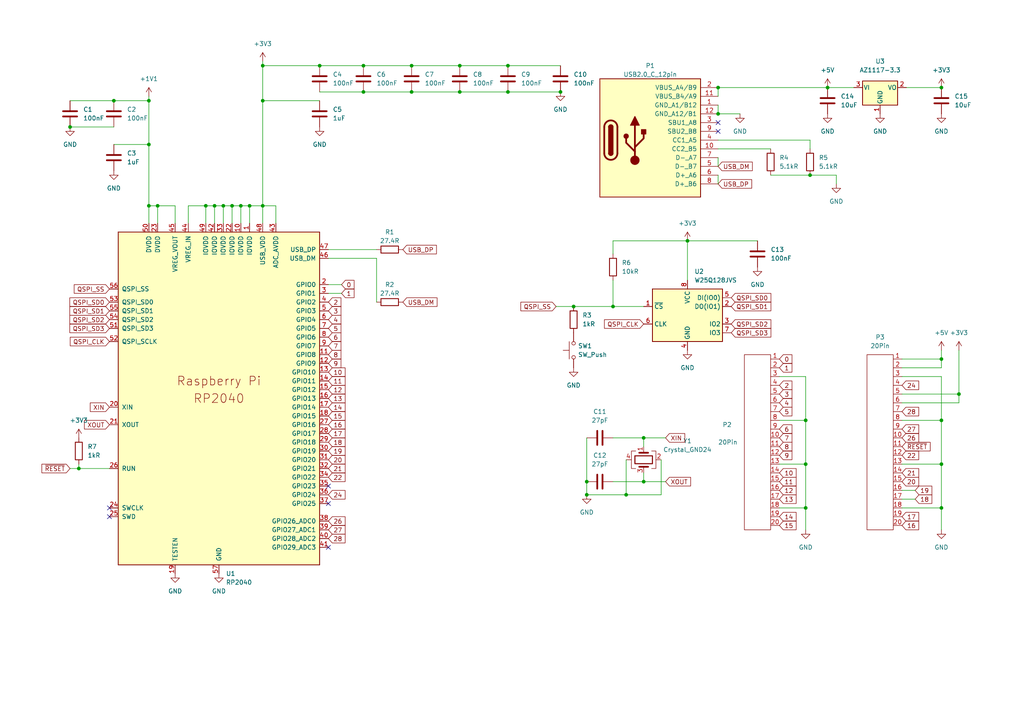
<source format=kicad_sch>
(kicad_sch (version 20211123) (generator eeschema)
  (paper "A4")
  (lib_symbols
    (symbol "Device:C" (pin_numbers hide) (pin_names (offset 0.254))
      (property "Reference" "C" (at 0.635 2.54 0))
      (property "Value" "C" (at 0.635 -2.54 0))
      (symbol "C_0_1"
        (polyline (pts (xy -2.032 -0.762) (xy 2.032 -0.762)) (stroke (width 0.508)))
        (polyline (pts (xy -2.032 0.762) (xy 2.032 0.762)) (stroke (width 0.508)))
      )
      (symbol "C_1_1"
        (pin passive line (at 0 3.81 270) (length 2.794) (name "~") (number "1"))
        (pin passive line (at 0 -3.81 90) (length 2.794) (name "~") (number "2"))
      )
    )
    (symbol "Device:Crystal_GND24" (pin_names (offset 1.016) hide)
      (property "Reference" "Y" (at 3.175 5.08 0))
      (property "Value" "Crystal_GND24" (at 3.175 3.175 0))
      (symbol "Crystal_GND24_0_1"
        (rectangle (start -1.143 2.54) (end 1.143 -2.54) (stroke (width 0.3048)))
        (polyline (pts (xy -2.54 0) (xy -2.032 0)))
        (polyline (pts (xy -2.032 -1.27) (xy -2.032 1.27)) (stroke (width 0.508)))
        (polyline (pts (xy 0 -3.81) (xy 0 -3.556)))
        (polyline (pts (xy 0 3.556) (xy 0 3.81)))
        (polyline (pts (xy 2.032 -1.27) (xy 2.032 1.27)) (stroke (width 0.508)))
        (polyline (pts (xy 2.032 0) (xy 2.54 0)))
        (polyline (pts (xy -2.54 -2.286) (xy -2.54 -3.556) (xy 2.54 -3.556) (xy 2.54 -2.286)))
        (polyline (pts (xy -2.54 2.286) (xy -2.54 3.556) (xy 2.54 3.556) (xy 2.54 2.286)))
      )
      (symbol "Crystal_GND24_1_1"
        (pin passive line (at -3.81 0 0) (length 1.27) (name "1") (number "1"))
        (pin passive line (at 0 5.08 270) (length 1.27) (name "2") (number "2"))
        (pin passive line (at 3.81 0 180) (length 1.27) (name "3") (number "3"))
        (pin passive line (at 0 -5.08 90) (length 1.27) (name "4") (number "4"))
      )
    )
    (symbol "Device:R" (pin_numbers hide) (pin_names (offset 0))
      (property "Reference" "R" (at 2.032 0 90))
      (property "Value" "R" (at 0 0 90))
      (symbol "R_0_1"
        (rectangle (start -1.016 -2.54) (end 1.016 2.54) (stroke (width 0.254)))
      )
      (symbol "R_1_1"
        (pin passive line (at 0 3.81 270) (length 1.27) (name "~") (number "1"))
        (pin passive line (at 0 -3.81 90) (length 1.27) (name "~") (number "2"))
      )
    )
    (symbol "Memory_Flash:W25Q128JVS"
      (property "Reference" "U" (at -8.89 8.89 0))
      (property "Value" "W25Q128JVS" (at 7.62 8.89 0))
      (symbol "W25Q128JVS_0_1"
        (rectangle (start -10.16 7.62) (end 10.16 -7.62) (stroke (width 0.254)) (fill (type background)))
      )
      (symbol "W25Q128JVS_1_1"
        (pin input line (at -12.7 2.54 0) (length 2.54) (name "~{CS}") (number "1"))
        (pin bidirectional line (at 12.7 2.54 180) (length 2.54) (name "DO(IO1)") (number "2"))
        (pin bidirectional line (at 12.7 -2.54 180) (length 2.54) (name "IO2") (number "3"))
        (pin power_in line (at 0 -10.16 90) (length 2.54) (name "GND") (number "4"))
        (pin bidirectional line (at 12.7 5.08 180) (length 2.54) (name "DI(IO0)") (number "5"))
        (pin input line (at -12.7 -2.54 0) (length 2.54) (name "CLK") (number "6"))
        (pin bidirectional line (at 12.7 -5.08 180) (length 2.54) (name "IO3") (number "7"))
        (pin power_in line (at 0 10.16 270) (length 2.54) (name "VCC") (number "8"))
      )
    )
    (symbol "Regulator_Linear:AZ1117-3.3" (pin_names (offset 0.254))
      (property "Reference" "U" (at -3.81 3.175 0))
      (property "Value" "AZ1117-3.3" (at 0 3.175 0))
      (symbol "AZ1117-3.3_0_1"
        (rectangle (start -5.08 1.905) (end 5.08 -5.08) (stroke (width 0.254)) (fill (type background)))
      )
      (symbol "AZ1117-3.3_1_1"
        (pin power_in line (at 0 -7.62 90) (length 2.54) (name "GND") (number "1"))
        (pin power_out line (at 7.62 0 180) (length 2.54) (name "VO") (number "2"))
        (pin power_in line (at -7.62 0 0) (length 2.54) (name "VI") (number "3"))
      )
    )
    (symbol "Switch:SW_Push" (pin_numbers hide) (pin_names (offset 1.016) hide)
      (property "Reference" "SW" (at 1.27 2.54 0))
      (property "Value" "SW_Push" (at 0 -1.524 0))
      (symbol "SW_Push_0_1"
        (circle (center -2.032 0) (radius 0.508))
        (polyline (pts (xy 0 1.27) (xy 0 3.048)))
        (polyline (pts (xy 2.54 1.27) (xy -2.54 1.27)))
        (circle (center 2.032 0) (radius 0.508))
        (pin passive line (at -5.08 0 0) (length 2.54) (name "1") (number "1"))
        (pin passive line (at 5.08 0 180) (length 2.54) (name "2") (number "2"))
      )
    )
    (symbol "power:+1V1" (power) (pin_names (offset 0))
      (property "Value" "+1V1" (at 0 3.556 0))
      (symbol "+1V1_0_1"
        (polyline (pts (xy -0.762 1.27) (xy 0 2.54)))
        (polyline (pts (xy 0 0) (xy 0 2.54)))
        (polyline (pts (xy 0 2.54) (xy 0.762 1.27)))
      )
      (symbol "+1V1_1_1"
        (pin power_in line (at 0 0 90) (length 0) hide (name "+1V1") (number "1"))
      )
    )
    (symbol "power:+3V3" (power) (pin_names (offset 0))
      (property "Value" "+3V3" (at 0 3.556 0))
      (symbol "+3V3_0_1"
        (polyline (pts (xy -0.762 1.27) (xy 0 2.54)))
        (polyline (pts (xy 0 0) (xy 0 2.54)))
        (polyline (pts (xy 0 2.54) (xy 0.762 1.27)))
      )
      (symbol "+3V3_1_1"
        (pin power_in line (at 0 0 90) (length 0) hide (name "+3V3") (number "1"))
      )
    )
    (symbol "power:+5V" (power) (pin_names (offset 0))
      (property "Value" "+5V" (at 0 3.556 0))
      (symbol "+5V_0_1"
        (polyline (pts (xy -0.762 1.27) (xy 0 2.54)))
        (polyline (pts (xy 0 0) (xy 0 2.54)))
        (polyline (pts (xy 0 2.54) (xy 0.762 1.27)))
      )
      (symbol "+5V_1_1"
        (pin power_in line (at 0 0 90) (length 0) hide (name "+5V") (number "1"))
      )
    )
    (symbol "power:GND" (power) (pin_names (offset 0))
      (property "Value" "GND" (at 0 -3.81 0))
      (symbol "GND_0_1"
        (polyline (pts (xy 0 0) (xy 0 -1.27) (xy 1.27 -1.27) (xy 0 -2.54) (xy -1.27 -1.27) (xy 0 -1.27)))
      )
      (symbol "GND_1_1"
        (pin power_in line (at 0 0 270) (length 0) hide (name "GND") (number "1"))
      )
    )
    (symbol "rp2040-dev-board:20Pin"
      (property "Reference" "P" (at -3.81 2.54 0))
      (property "Value" "20Pin" (at -3.81 5.08 0))
      (symbol "20Pin_0_1"
        (rectangle (start -10.16 1.27) (end -2.54 -49.53) (stroke (width 0.1524)))
      )
      (symbol "20Pin_1_1"
        (pin bidirectional line (at 0 0 180) (length 2.54) (name "") (number "1"))
        (pin bidirectional line (at 0 -22.86 180) (length 2.54) (name "") (number "10"))
        (pin bidirectional line (at 0 -25.4 180) (length 2.54) (name "") (number "11"))
        (pin bidirectional line (at 0 -27.94 180) (length 2.54) (name "") (number "12"))
        (pin bidirectional line (at 0 -30.48 180) (length 2.54) (name "") (number "13"))
        (pin bidirectional line (at 0 -33.02 180) (length 2.54) (name "") (number "14"))
        (pin bidirectional line (at 0 -35.56 180) (length 2.54) (name "") (number "15"))
        (pin bidirectional line (at 0 -38.1 180) (length 2.54) (name "") (number "16"))
        (pin bidirectional line (at 0 -40.64 180) (length 2.54) (name "") (number "17"))
        (pin bidirectional line (at 0 -43.18 180) (length 2.54) (name "") (number "18"))
        (pin bidirectional line (at 0 -45.72 180) (length 2.54) (name "") (number "19"))
        (pin bidirectional line (at 0 -2.54 180) (length 2.54) (name "") (number "2"))
        (pin bidirectional line (at 0 -48.26 180) (length 2.54) (name "") (number "20"))
        (pin bidirectional line (at 0 -5.08 180) (length 2.54) (name "") (number "3"))
        (pin bidirectional line (at 0 -7.62 180) (length 2.54) (name "") (number "4"))
        (pin bidirectional line (at 0 -10.16 180) (length 2.54) (name "") (number "5"))
        (pin bidirectional line (at 0 -12.7 180) (length 2.54) (name "") (number "6"))
        (pin bidirectional line (at 0 -15.24 180) (length 2.54) (name "") (number "7"))
        (pin bidirectional line (at 0 -17.78 180) (length 2.54) (name "") (number "8"))
        (pin bidirectional line (at 0 -20.32 180) (length 2.54) (name "") (number "9"))
      )
    )
    (symbol "rp2040-dev-board:RP2040" (pin_names (offset 1.016))
      (property "Reference" "U" (at -29.21 49.53 0))
      (property "Value" "RP2040" (at 24.13 -49.53 0))
      (symbol "RP2040_0_0"
        (text "Raspberry Pi" (at 0 5.08 0) (effects (font (size 2.54 2.54))))
        (text "RP2040" (at 0 0 0) (effects (font (size 2.54 2.54))))
      )
      (symbol "RP2040_0_1"
        (rectangle (start 29.21 48.26) (end -29.21 -48.26) (stroke (width 0.254)) (fill (type background)))
      )
      (symbol "RP2040_1_1"
        (pin power_in line (at 8.89 50.8 270) (length 2.54) (name "IOVDD") (number "1"))
        (pin power_in line (at 6.35 50.8 270) (length 2.54) (name "IOVDD") (number "10"))
        (pin bidirectional line (at 31.75 12.7 180) (length 2.54) (name "GPIO8") (number "11"))
        (pin bidirectional line (at 31.75 10.16 180) (length 2.54) (name "GPIO9") (number "12"))
        (pin bidirectional line (at 31.75 7.62 180) (length 2.54) (name "GPIO10") (number "13"))
        (pin bidirectional line (at 31.75 5.08 180) (length 2.54) (name "GPIO11") (number "14"))
        (pin bidirectional line (at 31.75 2.54 180) (length 2.54) (name "GPIO12") (number "15"))
        (pin bidirectional line (at 31.75 0 180) (length 2.54) (name "GPIO13") (number "16"))
        (pin bidirectional line (at 31.75 -2.54 180) (length 2.54) (name "GPIO14") (number "17"))
        (pin bidirectional line (at 31.75 -5.08 180) (length 2.54) (name "GPIO15") (number "18"))
        (pin passive line (at -12.7 -50.8 90) (length 2.54) (name "TESTEN") (number "19"))
        (pin bidirectional line (at 31.75 33.02 180) (length 2.54) (name "GPIO0") (number "2"))
        (pin input line (at -31.75 -2.54 0) (length 2.54) (name "XIN") (number "20"))
        (pin passive line (at -31.75 -7.62 0) (length 2.54) (name "XOUT") (number "21"))
        (pin power_in line (at 3.81 50.8 270) (length 2.54) (name "IOVDD") (number "22"))
        (pin power_in line (at -17.78 50.8 270) (length 2.54) (name "DVDD") (number "23"))
        (pin output line (at -31.75 -31.75 0) (length 2.54) (name "SWCLK") (number "24"))
        (pin bidirectional line (at -31.75 -34.29 0) (length 2.54) (name "SWD") (number "25"))
        (pin input line (at -31.75 -20.32 0) (length 2.54) (name "RUN") (number "26"))
        (pin bidirectional line (at 31.75 -7.62 180) (length 2.54) (name "GPIO16") (number "27"))
        (pin bidirectional line (at 31.75 -10.16 180) (length 2.54) (name "GPIO17") (number "28"))
        (pin bidirectional line (at 31.75 -12.7 180) (length 2.54) (name "GPIO18") (number "29"))
        (pin bidirectional line (at 31.75 30.48 180) (length 2.54) (name "GPIO1") (number "3"))
        (pin bidirectional line (at 31.75 -15.24 180) (length 2.54) (name "GPIO19") (number "30"))
        (pin bidirectional line (at 31.75 -17.78 180) (length 2.54) (name "GPIO20") (number "31"))
        (pin bidirectional line (at 31.75 -20.32 180) (length 2.54) (name "GPIO21") (number "32"))
        (pin power_in line (at 1.27 50.8 270) (length 2.54) (name "IOVDD") (number "33"))
        (pin bidirectional line (at 31.75 -22.86 180) (length 2.54) (name "GPIO22") (number "34"))
        (pin bidirectional line (at 31.75 -25.4 180) (length 2.54) (name "GPIO23") (number "35"))
        (pin bidirectional line (at 31.75 -27.94 180) (length 2.54) (name "GPIO24") (number "36"))
        (pin bidirectional line (at 31.75 -30.48 180) (length 2.54) (name "GPIO25") (number "37"))
        (pin bidirectional line (at 31.75 -35.56 180) (length 2.54) (name "GPIO26_ADC0") (number "38"))
        (pin bidirectional line (at 31.75 -38.1 180) (length 2.54) (name "GPIO27_ADC1") (number "39"))
        (pin bidirectional line (at 31.75 27.94 180) (length 2.54) (name "GPIO2") (number "4"))
        (pin bidirectional line (at 31.75 -40.64 180) (length 2.54) (name "GPIO28_ADC2") (number "40"))
        (pin bidirectional line (at 31.75 -43.18 180) (length 2.54) (name "GPIO29_ADC3") (number "41"))
        (pin power_in line (at -1.27 50.8 270) (length 2.54) (name "IOVDD") (number "42"))
        (pin power_in line (at 16.51 50.8 270) (length 2.54) (name "ADC_AVDD") (number "43"))
        (pin power_in line (at -8.89 50.8 270) (length 2.54) (name "VREG_IN") (number "44"))
        (pin power_out line (at -12.7 50.8 270) (length 2.54) (name "VREG_VOUT") (number "45"))
        (pin bidirectional line (at 31.75 40.64 180) (length 2.54) (name "USB_DM") (number "46"))
        (pin bidirectional line (at 31.75 43.18 180) (length 2.54) (name "USB_DP") (number "47"))
        (pin power_in line (at 12.7 50.8 270) (length 2.54) (name "USB_VDD") (number "48"))
        (pin power_in line (at -3.81 50.8 270) (length 2.54) (name "IOVDD") (number "49"))
        (pin bidirectional line (at 31.75 25.4 180) (length 2.54) (name "GPIO3") (number "5"))
        (pin power_in line (at -20.32 50.8 270) (length 2.54) (name "DVDD") (number "50"))
        (pin bidirectional line (at -31.75 20.32 0) (length 2.54) (name "QSPI_SD3") (number "51"))
        (pin output line (at -31.75 16.51 0) (length 2.54) (name "QSPI_SCLK") (number "52"))
        (pin bidirectional line (at -31.75 27.94 0) (length 2.54) (name "QSPI_SD0") (number "53"))
        (pin bidirectional line (at -31.75 22.86 0) (length 2.54) (name "QSPI_SD2") (number "54"))
        (pin bidirectional line (at -31.75 25.4 0) (length 2.54) (name "QSPI_SD1") (number "55"))
        (pin bidirectional line (at -31.75 31.75 0) (length 2.54) (name "QSPI_SS") (number "56"))
        (pin power_in line (at 0 -50.8 90) (length 2.54) (name "GND") (number "57"))
        (pin bidirectional line (at 31.75 22.86 180) (length 2.54) (name "GPIO4") (number "6"))
        (pin bidirectional line (at 31.75 20.32 180) (length 2.54) (name "GPIO5") (number "7"))
        (pin bidirectional line (at 31.75 17.78 180) (length 2.54) (name "GPIO6") (number "8"))
        (pin bidirectional line (at 31.75 15.24 180) (length 2.54) (name "GPIO7") (number "9"))
      )
    )
    (symbol "rp2040-dev-board:USB2.0_C_12pin" (pin_names (offset 1.016))
      (property "Reference" "P" (at -10.16 19.05 0))
      (property "Value" "USB2.0_C_12pin" (at 12.7 19.05 0))
      (symbol "USB2.0_C_12pin_0_1"
        (rectangle (start -19.05 17.78) (end 10.16 -16.51) (stroke (width 0.254)) (fill (type background)))
        (arc (start -17.78 -3.81) (mid -15.875 -5.715) (end -13.97 -3.81) (stroke (width 0.508)))
        (arc (start -16.51 -3.81) (mid -15.875 -4.445) (end -15.24 -3.81) (stroke (width 0.254)))
        (arc (start -16.51 -3.81) (mid -15.875 -4.445) (end -15.24 -3.81) (stroke (width 0.254)) (fill (type outline)))
        (rectangle (start -16.51 -3.81) (end -15.24 3.81) (stroke (width 0.254)) (fill (type outline)))
        (arc (start -15.24 3.81) (mid -15.875 4.445) (end -16.51 3.81) (stroke (width 0.254)))
        (arc (start -15.24 3.81) (mid -15.875 4.445) (end -16.51 3.81) (stroke (width 0.254)) (fill (type outline)))
        (arc (start -13.97 3.81) (mid -15.875 5.715) (end -17.78 3.81) (stroke (width 0.508)))
        (circle (center -11.43 1.143) (radius 0.635) (stroke (width 0.254)) (fill (type outline)))
        (circle (center -8.89 -5.842) (radius 1.27) (fill (type outline)))
        (rectangle (start -6.985 1.778) (end -5.715 3.048) (stroke (width 0.254)) (fill (type outline)))
        (polyline (pts (xy -17.78 -3.81) (xy -17.78 3.81)) (stroke (width 0.508)))
        (polyline (pts (xy -13.97 3.81) (xy -13.97 -3.81)) (stroke (width 0.508)))
        (polyline (pts (xy -8.89 -5.842) (xy -8.89 4.318)) (stroke (width 0.508)))
        (polyline (pts (xy -8.89 -3.302) (xy -11.43 -0.762) (xy -11.43 0.508)) (stroke (width 0.508)))
        (polyline (pts (xy -8.89 -2.032) (xy -6.35 0.508) (xy -6.35 1.778)) (stroke (width 0.508)))
        (polyline (pts (xy -10.16 4.318) (xy -8.89 6.858) (xy -7.62 4.318) (xy -10.16 4.318)) (stroke (width 0.254)) (fill (type outline)))
      )
      (symbol "USB2.0_C_12pin_1_1"
        (pin bidirectional line (at 15.24 10.16 180) (length 5.08) (name "GND_A1/B12") (number "1"))
        (pin passive line (at 15.24 -2.54 180) (length 5.08) (name "CC2_B5") (number "10"))
        (pin bidirectional line (at 15.24 12.7 180) (length 5.08) (name "VBUS_B4/A9") (number "11"))
        (pin bidirectional line (at 15.24 7.62 180) (length 5.08) (name "GND_A12/B1") (number "12"))
        (pin bidirectional line (at 15.24 15.24 180) (length 5.08) (name "VBUS_A4/B9") (number "2"))
        (pin passive line (at 15.24 5.08 180) (length 5.08) (name "SBU1_A8") (number "3"))
        (pin passive line (at 15.24 0 180) (length 5.08) (name "CC1_A5") (number "4"))
        (pin bidirectional line (at 15.24 -7.62 180) (length 5.08) (name "D-_B7") (number "5"))
        (pin bidirectional line (at 15.24 -10.16 180) (length 5.08) (name "D+_A6") (number "6"))
        (pin bidirectional line (at 15.24 -5.08 180) (length 5.08) (name "D-_A7") (number "7"))
        (pin bidirectional line (at 15.24 -12.7 180) (length 5.08) (name "D+_B6") (number "8"))
        (pin passive line (at 15.24 2.54 180) (length 5.08) (name "SBU2_B8") (number "9"))
      )
    )
  )
  (junction (at 273.05 147.32))
  (junction (at 208.28 33.02))
  (junction (at 233.68 134.62))
  (junction (at 177.8 88.9))
  (junction (at 186.69 127))
  (junction (at 59.69 59.69))
  (junction (at 273.05 134.62))
  (junction (at 43.18 29.21))
  (junction (at 234.95 50.8))
  (junction (at 76.2 29.21))
  (junction (at 92.71 19.05))
  (junction (at 233.68 121.92))
  (junction (at 166.37 88.9))
  (junction (at 133.35 26.67))
  (junction (at 76.2 19.05))
  (junction (at 162.56 26.67))
  (junction (at 199.39 69.85))
  (junction (at 119.38 26.67))
  (junction (at 147.32 26.67))
  (junction (at 43.18 41.91))
  (junction (at 45.72 59.69))
  (junction (at 273.05 121.92))
  (junction (at 72.39 59.69))
  (junction (at 43.18 59.69))
  (junction (at 273.05 104.14))
  (junction (at 278.13 114.3))
  (junction (at 62.23 59.69))
  (junction (at 208.28 25.4))
  (junction (at 133.35 19.05))
  (junction (at 240.03 25.4))
  (junction (at 273.05 25.4))
  (junction (at 119.38 19.05))
  (junction (at 64.77 59.69))
  (junction (at 76.2 59.69))
  (junction (at 67.31 59.69))
  (junction (at 20.32 36.83))
  (junction (at 170.18 143.51))
  (junction (at 105.41 19.05))
  (junction (at 233.68 147.32))
  (junction (at 170.18 139.7))
  (junction (at 105.41 26.67))
  (junction (at 147.32 19.05))
  (junction (at 69.85 59.69))
  (junction (at 186.69 139.7))
  (junction (at 22.86 135.89))
  (junction (at 33.02 29.21))
  (junction (at 181.61 143.51))
  (no_connect (at 31.75 149.86))
  (no_connect (at 31.75 147.32))
  (no_connect (at 95.25 140.97))
  (no_connect (at 95.25 158.75))
  (no_connect (at 95.25 146.05))
  (no_connect (at 208.28 35.56))
  (no_connect (at 208.28 38.1))
  (wire (pts (xy 20.32 29.21) (xy 33.02 29.21)))
  (wire (pts (xy 59.69 59.69) (xy 59.69 64.77)))
  (wire (pts (xy 226.06 147.32) (xy 233.68 147.32)))
  (wire (pts (xy 67.31 59.69) (xy 67.31 64.77)))
  (wire (pts (xy 181.61 143.51) (xy 170.18 143.51)))
  (wire (pts (xy 261.62 114.3) (xy 278.13 114.3)))
  (wire (pts (xy 234.95 40.64) (xy 234.95 43.18)))
  (wire (pts (xy 76.2 17.78) (xy 76.2 19.05)))
  (wire (pts (xy 261.62 134.62) (xy 273.05 134.62)))
  (wire (pts (xy 64.77 59.69) (xy 64.77 64.77)))
  (wire (pts (xy 22.86 134.62) (xy 22.86 135.89)))
  (wire (pts (xy 261.62 147.32) (xy 273.05 147.32)))
  (wire (pts (xy 233.68 134.62) (xy 233.68 147.32)))
  (wire (pts (xy 133.35 26.67) (xy 119.38 26.67)))
  (wire (pts (xy 99.06 82.55) (xy 95.25 82.55)))
  (wire (pts (xy 43.18 59.69) (xy 43.18 64.77)))
  (wire (pts (xy 80.01 59.69) (xy 80.01 64.77)))
  (wire (pts (xy 64.77 59.69) (xy 67.31 59.69)))
  (wire (pts (xy 105.41 19.05) (xy 92.71 19.05)))
  (wire (pts (xy 223.52 50.8) (xy 234.95 50.8)))
  (wire (pts (xy 234.95 50.8) (xy 242.57 50.8)))
  (wire (pts (xy 33.02 41.91) (xy 43.18 41.91)))
  (wire (pts (xy 240.03 25.4) (xy 247.65 25.4)))
  (wire (pts (xy 99.06 85.09) (xy 95.25 85.09)))
  (wire (pts (xy 262.89 25.4) (xy 273.05 25.4)))
  (wire (pts (xy 208.28 27.94) (xy 208.28 25.4)))
  (wire (pts (xy 20.32 36.83) (xy 33.02 36.83)))
  (wire (pts (xy 186.69 127) (xy 193.04 127)))
  (wire (pts (xy 76.2 29.21) (xy 76.2 59.69)))
  (wire (pts (xy 54.61 59.69) (xy 59.69 59.69)))
  (wire (pts (xy 20.32 135.89) (xy 22.86 135.89)))
  (wire (pts (xy 273.05 104.14) (xy 273.05 106.68)))
  (wire (pts (xy 177.8 139.7) (xy 186.69 139.7)))
  (wire (pts (xy 76.2 19.05) (xy 76.2 29.21)))
  (wire (pts (xy 177.8 88.9) (xy 186.69 88.9)))
  (wire (pts (xy 181.61 133.35) (xy 181.61 143.51)))
  (wire (pts (xy 43.18 29.21) (xy 43.18 41.91)))
  (wire (pts (xy 72.39 59.69) (xy 76.2 59.69)))
  (wire (pts (xy 226.06 109.22) (xy 233.68 109.22)))
  (wire (pts (xy 191.77 133.35) (xy 191.77 143.51)))
  (wire (pts (xy 278.13 101.6) (xy 278.13 114.3)))
  (wire (pts (xy 191.77 143.51) (xy 181.61 143.51)))
  (wire (pts (xy 76.2 59.69) (xy 80.01 59.69)))
  (wire (pts (xy 69.85 59.69) (xy 72.39 59.69)))
  (wire (pts (xy 273.05 121.92) (xy 273.05 134.62)))
  (wire (pts (xy 177.8 127) (xy 186.69 127)))
  (wire (pts (xy 45.72 59.69) (xy 45.72 64.77)))
  (wire (pts (xy 208.28 25.4) (xy 240.03 25.4)))
  (wire (pts (xy 147.32 26.67) (xy 133.35 26.67)))
  (wire (pts (xy 208.28 30.48) (xy 208.28 33.02)))
  (wire (pts (xy 45.72 59.69) (xy 50.8 59.69)))
  (wire (pts (xy 186.69 139.7) (xy 186.69 137.16)))
  (wire (pts (xy 22.86 135.89) (xy 31.75 135.89)))
  (wire (pts (xy 95.25 72.39) (xy 109.22 72.39)))
  (wire (pts (xy 147.32 19.05) (xy 133.35 19.05)))
  (wire (pts (xy 43.18 59.69) (xy 45.72 59.69)))
  (wire (pts (xy 76.2 19.05) (xy 92.71 19.05)))
  (wire (pts (xy 265.43 142.24) (xy 261.62 142.24)))
  (wire (pts (xy 273.05 147.32) (xy 273.05 153.67)))
  (wire (pts (xy 62.23 59.69) (xy 64.77 59.69)))
  (wire (pts (xy 226.06 134.62) (xy 233.68 134.62)))
  (wire (pts (xy 186.69 129.54) (xy 186.69 127)))
  (wire (pts (xy 199.39 69.85) (xy 199.39 81.28)))
  (wire (pts (xy 177.8 69.85) (xy 177.8 73.66)))
  (wire (pts (xy 199.39 69.85) (xy 219.71 69.85)))
  (wire (pts (xy 208.28 33.02) (xy 214.63 33.02)))
  (wire (pts (xy 166.37 88.9) (xy 177.8 88.9)))
  (wire (pts (xy 261.62 109.22) (xy 273.05 109.22)))
  (wire (pts (xy 76.2 59.69) (xy 76.2 64.77)))
  (wire (pts (xy 233.68 121.92) (xy 233.68 134.62)))
  (wire (pts (xy 208.28 43.18) (xy 223.52 43.18)))
  (wire (pts (xy 170.18 139.7) (xy 170.18 143.51)))
  (wire (pts (xy 273.05 106.68) (xy 261.62 106.68)))
  (wire (pts (xy 162.56 26.67) (xy 147.32 26.67)))
  (wire (pts (xy 119.38 19.05) (xy 105.41 19.05)))
  (wire (pts (xy 226.06 121.92) (xy 233.68 121.92)))
  (wire (pts (xy 233.68 147.32) (xy 233.68 153.67)))
  (wire (pts (xy 43.18 41.91) (xy 43.18 59.69)))
  (wire (pts (xy 161.29 88.9) (xy 166.37 88.9)))
  (wire (pts (xy 43.18 27.94) (xy 43.18 29.21)))
  (wire (pts (xy 261.62 104.14) (xy 273.05 104.14)))
  (wire (pts (xy 119.38 26.67) (xy 105.41 26.67)))
  (wire (pts (xy 273.05 109.22) (xy 273.05 121.92)))
  (wire (pts (xy 109.22 87.63) (xy 109.22 74.93)))
  (wire (pts (xy 199.39 69.85) (xy 177.8 69.85)))
  (wire (pts (xy 33.02 29.21) (xy 43.18 29.21)))
  (wire (pts (xy 133.35 19.05) (xy 119.38 19.05)))
  (wire (pts (xy 54.61 64.77) (xy 54.61 59.69)))
  (wire (pts (xy 186.69 139.7) (xy 193.04 139.7)))
  (wire (pts (xy 208.28 40.64) (xy 234.95 40.64)))
  (wire (pts (xy 265.43 144.78) (xy 261.62 144.78)))
  (wire (pts (xy 261.62 116.84) (xy 278.13 116.84)))
  (wire (pts (xy 278.13 116.84) (xy 278.13 114.3)))
  (wire (pts (xy 59.69 59.69) (xy 62.23 59.69)))
  (wire (pts (xy 261.62 121.92) (xy 273.05 121.92)))
  (wire (pts (xy 208.28 50.8) (xy 208.28 53.34)))
  (wire (pts (xy 62.23 59.69) (xy 62.23 64.77)))
  (wire (pts (xy 105.41 26.67) (xy 92.71 26.67)))
  (wire (pts (xy 273.05 134.62) (xy 273.05 147.32)))
  (wire (pts (xy 69.85 59.69) (xy 69.85 64.77)))
  (wire (pts (xy 76.2 29.21) (xy 92.71 29.21)))
  (wire (pts (xy 95.25 74.93) (xy 109.22 74.93)))
  (wire (pts (xy 177.8 81.28) (xy 177.8 88.9)))
  (wire (pts (xy 50.8 59.69) (xy 50.8 64.77)))
  (wire (pts (xy 162.56 19.05) (xy 147.32 19.05)))
  (wire (pts (xy 170.18 127) (xy 170.18 139.7)))
  (wire (pts (xy 208.28 45.72) (xy 208.28 48.26)))
  (wire (pts (xy 72.39 64.77) (xy 72.39 59.69)))
  (wire (pts (xy 233.68 109.22) (xy 233.68 121.92)))
  (wire (pts (xy 67.31 59.69) (xy 69.85 59.69)))
  (wire (pts (xy 273.05 101.6) (xy 273.05 104.14)))
  (wire (pts (xy 242.57 50.8) (xy 242.57 53.34)))
  (global_label "~{RESET}" (shape input) (at 261.62 129.54 0) (property "シート間のリファレンス" "${INTERSHEET_REFS}" (effects hide)))
  (global_label "2" (shape input) (at 95.25 87.63 0) (property "シート間のリファレンス" "${INTERSHEET_REFS}" (effects hide)))
  (global_label "27" (shape input) (at 261.62 124.46 0) (property "シート間のリファレンス" "${INTERSHEET_REFS}" (effects hide)))
  (global_label "14" (shape input) (at 95.25 118.11 0) (property "シート間のリファレンス" "${INTERSHEET_REFS}" (effects hide)))
  (global_label "3" (shape input) (at 226.06 114.3 0) (property "シート間のリファレンス" "${INTERSHEET_REFS}" (effects hide)))
  (global_label "10" (shape input) (at 95.25 107.95 0) (property "シート間のリファレンス" "${INTERSHEET_REFS}" (effects hide)))
  (global_label "4" (shape input) (at 95.25 92.71 0) (property "シート間のリファレンス" "${INTERSHEET_REFS}" (effects hide)))
  (global_label "15" (shape input) (at 95.25 120.65 0) (property "シート間のリファレンス" "${INTERSHEET_REFS}" (effects hide)))
  (global_label "24" (shape input) (at 261.62 111.76 0) (property "シート間のリファレンス" "${INTERSHEET_REFS}" (effects hide)))
  (global_label "9" (shape input) (at 95.25 105.41 0) (property "シート間のリファレンス" "${INTERSHEET_REFS}" (effects hide)))
  (global_label "1" (shape input) (at 226.06 106.68 0) (property "シート間のリファレンス" "${INTERSHEET_REFS}" (effects hide)))
  (global_label "11" (shape input) (at 226.06 139.7 0) (property "シート間のリファレンス" "${INTERSHEET_REFS}" (effects hide)))
  (global_label "8" (shape input) (at 226.06 129.54 0) (property "シート間のリファレンス" "${INTERSHEET_REFS}" (effects hide)))
  (global_label "QSPI_SD0" (shape input) (at 31.75 87.63 180) (property "シート間のリファレンス" "${INTERSHEET_REFS}" (effects hide)))
  (global_label "13" (shape input) (at 95.25 115.57 0) (property "シート間のリファレンス" "${INTERSHEET_REFS}" (effects hide)))
  (global_label "XIN" (shape input) (at 193.04 127 0) (property "シート間のリファレンス" "${INTERSHEET_REFS}" (effects hide)))
  (global_label "22" (shape input) (at 261.62 132.08 0) (property "シート間のリファレンス" "${INTERSHEET_REFS}" (effects hide)))
  (global_label "QSPI_SD3" (shape input) (at 212.09 96.52 0) (property "シート間のリファレンス" "${INTERSHEET_REFS}" (effects hide)))
  (global_label "XOUT" (shape input) (at 31.75 123.19 180) (property "シート間のリファレンス" "${INTERSHEET_REFS}" (effects hide)))
  (global_label "XOUT" (shape input) (at 193.04 139.7 0) (property "シート間のリファレンス" "${INTERSHEET_REFS}" (effects hide)))
  (global_label "21" (shape input) (at 261.62 137.16 0) (property "シート間のリファレンス" "${INTERSHEET_REFS}" (effects hide)))
  (global_label "6" (shape input) (at 226.06 124.46 0) (property "シート間のリファレンス" "${INTERSHEET_REFS}" (effects hide)))
  (global_label "QSPI_CLK" (shape input) (at 31.75 99.06 180) (property "シート間のリファレンス" "${INTERSHEET_REFS}" (effects hide)))
  (global_label "7" (shape input) (at 226.06 127 0) (property "シート間のリファレンス" "${INTERSHEET_REFS}" (effects hide)))
  (global_label "3" (shape input) (at 95.25 90.17 0) (property "シート間のリファレンス" "${INTERSHEET_REFS}" (effects hide)))
  (global_label "0" (shape input) (at 99.06 82.55 0) (property "シート間のリファレンス" "${INTERSHEET_REFS}" (effects hide)))
  (global_label "18" (shape input) (at 95.25 128.27 0) (property "シート間のリファレンス" "${INTERSHEET_REFS}" (effects hide)))
  (global_label "15" (shape input) (at 226.06 152.4 0) (property "シート間のリファレンス" "${INTERSHEET_REFS}" (effects hide)))
  (global_label "USB_DM" (shape input) (at 116.84 87.63 0) (property "シート間のリファレンス" "${INTERSHEET_REFS}" (effects hide)))
  (global_label "8" (shape input) (at 95.25 102.87 0) (property "シート間のリファレンス" "${INTERSHEET_REFS}" (effects hide)))
  (global_label "QSPI_SD2" (shape input) (at 212.09 93.98 0) (property "シート間のリファレンス" "${INTERSHEET_REFS}" (effects hide)))
  (global_label "XIN" (shape input) (at 31.75 118.11 180) (property "シート間のリファレンス" "${INTERSHEET_REFS}" (effects hide)))
  (global_label "20" (shape input) (at 95.25 133.35 0) (property "シート間のリファレンス" "${INTERSHEET_REFS}" (effects hide)))
  (global_label "QSPI_SD1" (shape input) (at 31.75 90.17 180) (property "シート間のリファレンス" "${INTERSHEET_REFS}" (effects hide)))
  (global_label "QSPI_CLK" (shape input) (at 186.69 93.98 180) (property "シート間のリファレンス" "${INTERSHEET_REFS}" (effects hide)))
  (global_label "17" (shape input) (at 261.62 149.86 0) (property "シート間のリファレンス" "${INTERSHEET_REFS}" (effects hide)))
  (global_label "18" (shape input) (at 265.43 144.78 0) (property "シート間のリファレンス" "${INTERSHEET_REFS}" (effects hide)))
  (global_label "26" (shape input) (at 95.25 151.13 0) (property "シート間のリファレンス" "${INTERSHEET_REFS}" (effects hide)))
  (global_label "13" (shape input) (at 226.06 144.78 0) (property "シート間のリファレンス" "${INTERSHEET_REFS}" (effects hide)))
  (global_label "11" (shape input) (at 95.25 110.49 0) (property "シート間のリファレンス" "${INTERSHEET_REFS}" (effects hide)))
  (global_label "0" (shape input) (at 226.06 104.14 0) (property "シート間のリファレンス" "${INTERSHEET_REFS}" (effects hide)))
  (global_label "28" (shape input) (at 95.25 156.21 0) (property "シート間のリファレンス" "${INTERSHEET_REFS}" (effects hide)))
  (global_label "27" (shape input) (at 95.25 153.67 0) (property "シート間のリファレンス" "${INTERSHEET_REFS}" (effects hide)))
  (global_label "14" (shape input) (at 226.06 149.86 0) (property "シート間のリファレンス" "${INTERSHEET_REFS}" (effects hide)))
  (global_label "~{RESET}" (shape input) (at 20.32 135.89 180) (property "シート間のリファレンス" "${INTERSHEET_REFS}" (effects hide)))
  (global_label "19" (shape input) (at 265.43 142.24 0) (property "シート間のリファレンス" "${INTERSHEET_REFS}" (effects hide)))
  (global_label "28" (shape input) (at 261.62 119.38 0) (property "シート間のリファレンス" "${INTERSHEET_REFS}" (effects hide)))
  (global_label "26" (shape input) (at 261.62 127 0) (property "シート間のリファレンス" "${INTERSHEET_REFS}" (effects hide)))
  (global_label "16" (shape input) (at 95.25 123.19 0) (property "シート間のリファレンス" "${INTERSHEET_REFS}" (effects hide)))
  (global_label "6" (shape input) (at 95.25 97.79 0) (property "シート間のリファレンス" "${INTERSHEET_REFS}" (effects hide)))
  (global_label "QSPI_SD2" (shape input) (at 31.75 92.71 180) (property "シート間のリファレンス" "${INTERSHEET_REFS}" (effects hide)))
  (global_label "USB_DM" (shape input) (at 208.28 48.26 0) (property "シート間のリファレンス" "${INTERSHEET_REFS}" (effects hide)))
  (global_label "2" (shape input) (at 226.06 111.76 0) (property "シート間のリファレンス" "${INTERSHEET_REFS}" (effects hide)))
  (global_label "QSPI_SS" (shape input) (at 31.75 83.82 180) (property "シート間のリファレンス" "${INTERSHEET_REFS}" (effects hide)))
  (global_label "22" (shape input) (at 95.25 138.43 0) (property "シート間のリファレンス" "${INTERSHEET_REFS}" (effects hide)))
  (global_label "QSPI_SS" (shape input) (at 161.29 88.9 180) (property "シート間のリファレンス" "${INTERSHEET_REFS}" (effects hide)))
  (global_label "4" (shape input) (at 226.06 116.84 0) (property "シート間のリファレンス" "${INTERSHEET_REFS}" (effects hide)))
  (global_label "10" (shape input) (at 226.06 137.16 0) (property "シート間のリファレンス" "${INTERSHEET_REFS}" (effects hide)))
  (global_label "17" (shape input) (at 95.25 125.73 0) (property "シート間のリファレンス" "${INTERSHEET_REFS}" (effects hide)))
  (global_label "USB_DP" (shape input) (at 208.28 53.34 0) (property "シート間のリファレンス" "${INTERSHEET_REFS}" (effects hide)))
  (global_label "QSPI_SD1" (shape input) (at 212.09 88.9 0) (property "シート間のリファレンス" "${INTERSHEET_REFS}" (effects hide)))
  (global_label "16" (shape input) (at 261.62 152.4 0) (property "シート間のリファレンス" "${INTERSHEET_REFS}" (effects hide)))
  (global_label "1" (shape input) (at 99.06 85.09 0) (property "シート間のリファレンス" "${INTERSHEET_REFS}" (effects hide)))
  (global_label "QSPI_SD0" (shape input) (at 212.09 86.36 0) (property "シート間のリファレンス" "${INTERSHEET_REFS}" (effects hide)))
  (global_label "12" (shape input) (at 95.25 113.03 0) (property "シート間のリファレンス" "${INTERSHEET_REFS}" (effects hide)))
  (global_label "9" (shape input) (at 226.06 132.08 0) (property "シート間のリファレンス" "${INTERSHEET_REFS}" (effects hide)))
  (global_label "5" (shape input) (at 95.25 95.25 0) (property "シート間のリファレンス" "${INTERSHEET_REFS}" (effects hide)))
  (global_label "7" (shape input) (at 95.25 100.33 0) (property "シート間のリファレンス" "${INTERSHEET_REFS}" (effects hide)))
  (global_label "19" (shape input) (at 95.25 130.81 0) (property "シート間のリファレンス" "${INTERSHEET_REFS}" (effects hide)))
  (global_label "5" (shape input) (at 226.06 119.38 0) (property "シート間のリファレンス" "${INTERSHEET_REFS}" (effects hide)))
  (global_label "QSPI_SD3" (shape input) (at 31.75 95.25 180) (property "シート間のリファレンス" "${INTERSHEET_REFS}" (effects hide)))
  (global_label "24" (shape input) (at 95.25 143.51 0) (property "シート間のリファレンス" "${INTERSHEET_REFS}" (effects hide)))
  (global_label "USB_DP" (shape input) (at 116.84 72.39 0) (property "シート間のリファレンス" "${INTERSHEET_REFS}" (effects hide)))
  (global_label "21" (shape input) (at 95.25 135.89 0) (property "シート間のリファレンス" "${INTERSHEET_REFS}" (effects hide)))
  (global_label "20" (shape input) (at 261.62 139.7 0) (property "シート間のリファレンス" "${INTERSHEET_REFS}" (effects hide)))
  (global_label "12" (shape input) (at 226.06 142.24 0) (property "シート間のリファレンス" "${INTERSHEET_REFS}" (effects hide)))
  (symbol (lib_id "Device:Crystal_GND24") (at 186.69 133.35 270) (unit 1)
    (property "Reference" "Y1" (at 199.39 127.8888 90))
    (property "Value" "Crystal_GND24" (at 199.39 130.4288 90))
    (property "Footprint" "rp2040-dev-board:Crystal_SMD_3225-4Pin_3.2x2.5mm_HandSoldering" (effects hide))
  )
  (symbol (lib_id "rp2040-dev-board:20Pin") (at 226.06 104.14 0) (unit 1)
    (property "Reference" "P2" (at 209.55 123.19 0) (effects (justify left)))
    (property "Value" "20Pin" (at 208.28 128.27 0) (effects (justify left)))
    (property "Footprint" "rp2040-dev-board:SC0915-LIKE" (effects hide))
  )
  (symbol (lib_id "power:GND") (at 162.56 26.67 0) (unit 1)
    (property "Reference" "#PWR011" (effects hide))
    (property "Value" "GND" (at 162.56 31.75 0))
  )
  (symbol (lib_id "power:+3V3") (at 273.05 25.4 0) (unit 1)
    (property "Reference" "#PWR020" (effects hide))
    (property "Value" "+3V3" (at 273.05 20.32 0))
  )
  (symbol (lib_id "power:GND") (at 273.05 153.67 0) (unit 1)
    (property "Reference" "#PWR027" (effects hide))
    (property "Value" "GND" (at 273.05 158.75 0))
  )
  (symbol (lib_id "power:GND") (at 33.02 49.53 0) (unit 1)
    (property "Reference" "#PWR03" (effects hide))
    (property "Value" "GND" (at 33.02 54.61 0))
  )
  (symbol (lib_id "Device:C") (at 240.03 29.21 0) (unit 1)
    (property "Reference" "C14" (at 243.84 27.9399 0) (effects (justify left)))
    (property "Value" "10uF" (at 243.84 30.4799 0) (effects (justify left)))
    (property "Footprint" "rp2040-dev-board:Capacitor_0805_2012" (effects hide))
  )
  (symbol (lib_id "power:GND") (at 273.05 33.02 0) (unit 1)
    (property "Reference" "#PWR021" (effects hide))
    (property "Value" "GND" (at 273.05 38.1 0))
  )
  (symbol (lib_id "Memory_Flash:W25Q128JVS") (at 199.39 91.44 0) (unit 1)
    (property "Reference" "U2" (at 201.4094 78.74 0) (effects (justify left)))
    (property "Value" "W25Q128JVS" (at 201.4094 81.28 0) (effects (justify left)))
    (property "Footprint" "rp2040-dev-board:W25Q16-128JV-SOIC" (effects hide))
    (property "Datasheet" "http://www.winbond.com/resource-files/w25q128jv_dtr%20revc%2003272018%20plus.pdf" (effects hide))
  )
  (symbol (lib_id "Switch:SW_Push") (at 166.37 101.6 90) (unit 1)
    (property "Reference" "SW1" (at 167.64 100.3299 90) (effects (justify right)))
    (property "Value" "SW_Push" (at 167.64 102.8699 90) (effects (justify right)))
    (property "Footprint" "rp2040-dev-board:2Pin" (effects hide))
  )
  (symbol (lib_id "power:GND") (at 240.03 33.02 0) (unit 1)
    (property "Reference" "#PWR018" (effects hide))
    (property "Value" "GND" (at 240.03 38.1 0))
  )
  (symbol (lib_id "Device:R") (at 113.03 72.39 90) (unit 1)
    (property "Reference" "R1" (at 113.03 67.31 90))
    (property "Value" "27.4R" (at 113.03 69.85 90))
    (property "Footprint" "rp2040-dev-board:Register_0805_2012" (effects hide))
  )
  (symbol (lib_id "Device:R") (at 113.03 87.63 90) (unit 1)
    (property "Reference" "R2" (at 113.03 82.55 90))
    (property "Value" "27.4R" (at 113.03 85.09 90))
    (property "Footprint" "rp2040-dev-board:Register_0805_2012" (effects hide))
  )
  (symbol (lib_id "power:+5V") (at 240.03 25.4 0) (unit 1)
    (property "Reference" "#PWR09" (effects hide))
    (property "Value" "+5V" (at 240.03 20.32 0))
  )
  (symbol (lib_id "power:+5V") (at 273.05 101.6 0) (unit 1)
    (property "Reference" "#PWR010" (effects hide))
    (property "Value" "+5V" (at 273.05 96.52 0))
  )
  (symbol (lib_id "Device:R") (at 234.95 46.99 0) (unit 1)
    (property "Reference" "R5" (at 237.49 45.7199 0) (effects (justify left)))
    (property "Value" "5.1kR" (at 237.49 48.26 0) (effects (justify left)))
    (property "Footprint" "rp2040-dev-board:Register_0805_2012" (effects hide))
  )
  (symbol (lib_id "power:GND") (at 242.57 53.34 0) (unit 1)
    (property "Reference" "#PWR017" (effects hide))
    (property "Value" "GND" (at 242.57 58.42 0))
  )
  (symbol (lib_id "rp2040-dev-board:20Pin") (at 261.62 104.14 0) (unit 1)
    (property "Reference" "P3" (at 255.27 97.79 0))
    (property "Value" "20Pin" (at 255.27 100.33 0))
    (property "Footprint" "rp2040-dev-board:SC0915-LIKE" (effects hide))
  )
  (symbol (lib_id "Device:C") (at 92.71 33.02 0) (unit 1)
    (property "Reference" "C5" (at 96.52 31.7499 0) (effects (justify left)))
    (property "Value" "1uF" (at 96.52 34.2899 0) (effects (justify left)))
    (property "Footprint" "rp2040-dev-board:Capacitor_0805_2012" (effects hide))
  )
  (symbol (lib_id "Device:C") (at 273.05 29.21 0) (unit 1)
    (property "Reference" "C15" (at 276.86 27.9399 0) (effects (justify left)))
    (property "Value" "10uF" (at 276.86 30.4799 0) (effects (justify left)))
    (property "Footprint" "rp2040-dev-board:Capacitor_0805_2012" (effects hide))
  )
  (symbol (lib_id "Device:R") (at 177.8 77.47 180) (unit 1)
    (property "Reference" "R6" (at 180.34 76.1999 0) (effects (justify right)))
    (property "Value" "10kR" (at 180.34 78.7399 0) (effects (justify right)))
    (property "Footprint" "rp2040-dev-board:Register_0805_2012" (effects hide))
  )
  (symbol (lib_id "Device:C") (at 33.02 45.72 0) (unit 1)
    (property "Reference" "C3" (at 36.83 44.4499 0) (effects (justify left)))
    (property "Value" "1uF" (at 36.83 46.9899 0) (effects (justify left)))
    (property "Footprint" "rp2040-dev-board:Capacitor_0805_2012" (effects hide))
  )
  (symbol (lib_id "Device:C") (at 173.99 127 90) (unit 1)
    (property "Reference" "C11" (at 173.99 119.38 90))
    (property "Value" "27pF" (at 173.99 121.92 90))
    (property "Footprint" "rp2040-dev-board:Capacitor_0603_1608" (effects hide))
  )
  (symbol (lib_id "power:GND") (at 50.8 166.37 0) (unit 1)
    (property "Reference" "#PWR05" (effects hide))
    (property "Value" "GND" (at 50.8 171.45 0))
  )
  (symbol (lib_id "power:GND") (at 63.5 166.37 0) (unit 1)
    (property "Reference" "#PWR06" (effects hide))
    (property "Value" "GND" (at 63.5 171.45 0))
  )
  (symbol (lib_id "power:+3V3") (at 199.39 69.85 0) (unit 1)
    (property "Reference" "#PWR014" (effects hide))
    (property "Value" "+3V3" (at 199.39 64.77 0))
  )
  (symbol (lib_id "Device:C") (at 147.32 22.86 0) (unit 1)
    (property "Reference" "C9" (at 151.13 21.5899 0) (effects (justify left)))
    (property "Value" "100nF" (at 151.13 24.1299 0) (effects (justify left)))
    (property "Footprint" "rp2040-dev-board:Capacitor_0805_2012" (effects hide))
  )
  (symbol (lib_id "power:+3V3") (at 22.86 127 0) (unit 1)
    (property "Reference" "#PWR026" (effects hide))
    (property "Value" "+3V3" (at 22.86 121.92 0))
  )
  (symbol (lib_id "Device:C") (at 105.41 22.86 0) (unit 1)
    (property "Reference" "C6" (at 109.22 21.5899 0) (effects (justify left)))
    (property "Value" "100nF" (at 109.22 24.1299 0) (effects (justify left)))
    (property "Footprint" "rp2040-dev-board:Capacitor_0805_2012" (effects hide))
  )
  (symbol (lib_id "power:+3V3") (at 76.2 17.78 0) (unit 1)
    (property "Reference" "#PWR07" (effects hide))
    (property "Value" "+3V3" (at 76.2 12.7 0))
  )
  (symbol (lib_id "Device:C") (at 173.99 139.7 90) (unit 1)
    (property "Reference" "C12" (at 173.99 132.08 90))
    (property "Value" "27pF" (at 173.99 134.62 90))
    (property "Footprint" "rp2040-dev-board:Capacitor_0603_1608" (effects hide))
  )
  (symbol (lib_id "power:GND") (at 92.71 36.83 0) (unit 1)
    (property "Reference" "#PWR08" (effects hide))
    (property "Value" "GND" (at 92.71 41.91 0))
  )
  (symbol (lib_id "Device:C") (at 162.56 22.86 0) (unit 1)
    (property "Reference" "C10" (at 166.37 21.5899 0) (effects (justify left)))
    (property "Value" "100nF" (at 166.37 24.1299 0) (effects (justify left)))
    (property "Footprint" "rp2040-dev-board:Capacitor_0805_2012" (effects hide))
  )
  (symbol (lib_id "Regulator_Linear:AZ1117-3.3") (at 255.27 25.4 0) (unit 1)
    (property "Reference" "U3" (at 255.27 17.78 0))
    (property "Value" "AZ1117-3.3" (at 255.27 20.32 0))
    (property "Footprint" "Package_TO_SOT_SMD:SOT-223-3_TabPin2" (effects hide))
    (property "Datasheet" "https://www.diodes.com/assets/Datasheets/AZ1117.pdf" (effects hide))
  )
  (symbol (lib_id "power:GND") (at 170.18 143.51 0) (unit 1)
    (property "Reference" "#PWR013" (effects hide))
    (property "Value" "GND" (at 170.18 148.59 0))
  )
  (symbol (lib_id "Device:C") (at 20.32 33.02 0) (unit 1)
    (property "Reference" "C1" (at 24.13 31.7499 0) (effects (justify left)))
    (property "Value" "100nF" (at 24.13 34.2899 0) (effects (justify left)))
    (property "Footprint" "rp2040-dev-board:Capacitor_0805_2012" (effects hide))
  )
  (symbol (lib_id "power:GND") (at 233.68 153.67 0) (unit 1)
    (property "Reference" "#PWR02" (effects hide))
    (property "Value" "GND" (at 233.68 158.75 0))
  )
  (symbol (lib_id "Device:R") (at 22.86 130.81 180) (unit 1)
    (property "Reference" "R7" (at 25.4 129.5399 0) (effects (justify right)))
    (property "Value" "1kR" (at 25.4 132.0799 0) (effects (justify right)))
    (property "Footprint" "rp2040-dev-board:Register_0805_2012" (effects hide))
  )
  (symbol (lib_id "power:GND") (at 214.63 33.02 0) (unit 1)
    (property "Reference" "#PWR022" (effects hide))
    (property "Value" "GND" (at 214.63 38.1 0))
  )
  (symbol (lib_id "Device:C") (at 92.71 22.86 0) (unit 1)
    (property "Reference" "C4" (at 96.52 21.5899 0) (effects (justify left)))
    (property "Value" "100nF" (at 96.52 24.1299 0) (effects (justify left)))
    (property "Footprint" "rp2040-dev-board:Capacitor_0805_2012" (effects hide))
  )
  (symbol (lib_id "power:+1V1") (at 43.18 27.94 0) (unit 1)
    (property "Reference" "#PWR04" (effects hide))
    (property "Value" "+1V1" (at 43.18 22.86 0))
  )
  (symbol (lib_id "Device:C") (at 219.71 73.66 0) (unit 1)
    (property "Reference" "C13" (at 223.52 72.3899 0) (effects (justify left)))
    (property "Value" "100nF" (at 223.52 74.9299 0) (effects (justify left)))
    (property "Footprint" "rp2040-dev-board:Capacitor_0805_2012" (effects hide))
  )
  (symbol (lib_id "power:GND") (at 255.27 33.02 0) (unit 1)
    (property "Reference" "#PWR019" (effects hide))
    (property "Value" "GND" (at 255.27 38.1 0))
  )
  (symbol (lib_id "Device:C") (at 133.35 22.86 0) (unit 1)
    (property "Reference" "C8" (at 137.16 21.5899 0) (effects (justify left)))
    (property "Value" "100nF" (at 137.16 24.1299 0) (effects (justify left)))
    (property "Footprint" "rp2040-dev-board:Capacitor_0805_2012" (effects hide))
  )
  (symbol (lib_id "Device:C") (at 33.02 33.02 0) (unit 1)
    (property "Reference" "C2" (at 36.83 31.7499 0) (effects (justify left)))
    (property "Value" "100nF" (at 36.83 34.2899 0) (effects (justify left)))
    (property "Footprint" "rp2040-dev-board:Capacitor_0805_2012" (effects hide))
  )
  (symbol (lib_id "Device:R") (at 223.52 46.99 0) (mirror y) (unit 1)
    (property "Reference" "R4" (at 226.06 45.72 0) (effects (justify right)))
    (property "Value" "5.1kR" (at 226.06 48.26 0) (effects (justify right)))
    (property "Footprint" "rp2040-dev-board:Register_0805_2012" (effects hide))
  )
  (symbol (lib_id "Device:R") (at 166.37 92.71 180) (unit 1)
    (property "Reference" "R3" (at 168.91 91.4399 0) (effects (justify right)))
    (property "Value" "1kR" (at 168.91 93.9799 0) (effects (justify right)))
    (property "Footprint" "rp2040-dev-board:Register_0805_2012" (effects hide))
  )
  (symbol (lib_id "Device:C") (at 119.38 22.86 0) (unit 1)
    (property "Reference" "C7" (at 123.19 21.5899 0) (effects (justify left)))
    (property "Value" "100nF" (at 123.19 24.1299 0) (effects (justify left)))
    (property "Footprint" "rp2040-dev-board:Capacitor_0805_2012" (effects hide))
  )
  (symbol (lib_id "power:GND") (at 199.39 101.6 0) (unit 1)
    (property "Reference" "#PWR015" (effects hide))
    (property "Value" "GND" (at 199.39 106.68 0))
  )
  (symbol (lib_id "power:GND") (at 166.37 106.68 0) (unit 1)
    (property "Reference" "#PWR012" (effects hide))
    (property "Value" "GND" (at 166.37 111.76 0))
  )
  (symbol (lib_id "power:GND") (at 20.32 36.83 0) (unit 1)
    (property "Reference" "#PWR01" (effects hide))
    (property "Value" "GND" (at 20.32 41.91 0))
  )
  (symbol (lib_id "power:GND") (at 219.71 77.47 0) (unit 1)
    (property "Reference" "#PWR016" (effects hide))
    (property "Value" "GND" (at 219.71 82.55 0))
  )
  (symbol (lib_id "rp2040-dev-board:RP2040") (at 63.5 115.57 0) (unit 1)
    (property "Reference" "U1" (at 65.5194 166.37 0) (effects (justify left)))
    (property "Value" "RP2040" (at 65.5194 168.91 0) (effects (justify left)))
    (property "Footprint" "rp2040-dev-board:RP2040_hand" (effects hide))
  )
  (symbol (lib_id "rp2040-dev-board:USB2.0_C_12pin") (at 193.04 40.64 0) (unit 1)
    (property "Reference" "P1" (at 188.595 19.05 0))
    (property "Value" "USB2.0_C_12pin" (at 188.595 21.59 0))
    (property "Footprint" "rp2040-dev-board:USB-C-12-Pin-MidMount-ali-v2" (effects hide))
    (property "Datasheet" "https://www.usb.org/sites/default/files/documents/usb_type-c.zip" (effects hide))
  )
  (symbol (lib_id "power:+3V3") (at 278.13 101.6 0) (unit 1)
    (property "Reference" "#PWR028" (effects hide))
    (property "Value" "+3V3" (at 278.13 96.52 0))
  )
)
</source>
